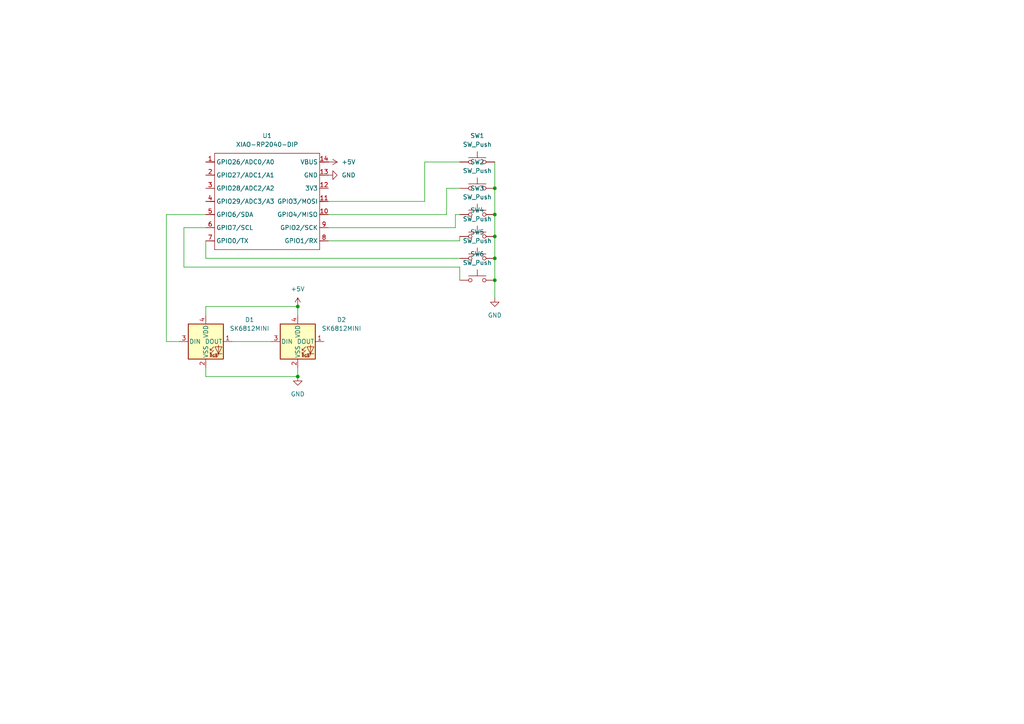
<source format=kicad_sch>
(kicad_sch (version 20231120) (generator "eeschema") (generator_version "8.0")
  (paper "A4")
  (lib_symbols
    (symbol "LED:SK6812MINI" (pin_names (offset 0.254))
      (property "Reference" "D" (at 5.08 5.715 0))
      (property "Value" "SK6812MINI" (at 1.27 -5.715 0))
      (symbol "SK6812MINI_0_0"
        (text "RGB" (at 2.286 -4.191 0) (effects (font (size 0.762 0.762))))
      )
      (symbol "SK6812MINI_0_1"
        (polyline (pts (xy 1.27 -3.556) (xy 1.778 -3.556)))
        (polyline (pts (xy 1.27 -2.54) (xy 1.778 -2.54)))
        (polyline (pts (xy 4.699 -3.556) (xy 2.667 -3.556)))
        (polyline (pts (xy 2.286 -2.54) (xy 1.27 -3.556) (xy 1.27 -3.048)))
        (polyline (pts (xy 2.286 -1.524) (xy 1.27 -2.54) (xy 1.27 -2.032)))
        (polyline (pts (xy 3.683 -1.016) (xy 3.683 -3.556) (xy 3.683 -4.064)))
        (polyline (pts (xy 4.699 -1.524) (xy 2.667 -1.524) (xy 3.683 -3.556) (xy 4.699 -1.524)))
        (rectangle (start 5.08 5.08) (end -5.08 -5.08) (stroke (width 0.254)) (fill (type background)))
      )
      (symbol "SK6812MINI_1_1"
        (pin output line (at 7.62 0 180) (length 2.54) (name "DOUT") (number "1"))
        (pin power_in line (at 0 -7.62 90) (length 2.54) (name "VSS") (number "2"))
        (pin input line (at -7.62 0 0) (length 2.54) (name "DIN") (number "3"))
        (pin power_in line (at 0 7.62 270) (length 2.54) (name "VDD") (number "4"))
      )
    )
    (symbol "Seeed_Studio_XIAO_Series:XIAO-RP2040-DIP"
      (property "Reference" "U" (at 0 0 0))
      (property "Value" "XIAO-RP2040-DIP" (at 5.334 -1.778 0))
      (symbol "XIAO-RP2040-DIP_1_0"
        (polyline (pts (xy -1.27 -30.48) (xy -1.27 -16.51)) (stroke (width 0.1524)))
        (polyline (pts (xy -1.27 -27.94) (xy -2.54 -27.94)) (stroke (width 0.1524)))
        (polyline (pts (xy -1.27 -24.13) (xy -2.54 -24.13)) (stroke (width 0.1524)))
        (polyline (pts (xy -1.27 -20.32) (xy -2.54 -20.32)) (stroke (width 0.1524)))
        (polyline (pts (xy -1.27 -16.51) (xy -2.54 -16.51)) (stroke (width 0.1524)))
        (polyline (pts (xy -1.27 -16.51) (xy -1.27 -12.7)) (stroke (width 0.1524)))
        (polyline (pts (xy -1.27 -12.7) (xy -2.54 -12.7)) (stroke (width 0.1524)))
        (polyline (pts (xy -1.27 -12.7) (xy -1.27 -8.89)) (stroke (width 0.1524)))
        (polyline (pts (xy -1.27 -8.89) (xy -2.54 -8.89)) (stroke (width 0.1524)))
        (polyline (pts (xy -1.27 -8.89) (xy -1.27 -5.08)) (stroke (width 0.1524)))
        (polyline (pts (xy -1.27 -5.08) (xy -2.54 -5.08)) (stroke (width 0.1524)))
        (polyline (pts (xy -1.27 -5.08) (xy -1.27 -2.54)) (stroke (width 0.1524)))
        (polyline (pts (xy -1.27 -2.54) (xy 29.21 -2.54)) (stroke (width 0.1524)))
        (polyline (pts (xy 29.21 -30.48) (xy -1.27 -30.48)) (stroke (width 0.1524)))
        (polyline (pts (xy 29.21 -12.7) (xy 29.21 -30.48)) (stroke (width 0.1524)))
        (polyline (pts (xy 29.21 -8.89) (xy 29.21 -12.7)) (stroke (width 0.1524)))
        (polyline (pts (xy 29.21 -5.08) (xy 29.21 -8.89)) (stroke (width 0.1524)))
        (polyline (pts (xy 29.21 -2.54) (xy 29.21 -5.08)) (stroke (width 0.1524)))
        (polyline (pts (xy 30.48 -27.94) (xy 29.21 -27.94)) (stroke (width 0.1524)))
        (polyline (pts (xy 30.48 -24.13) (xy 29.21 -24.13)) (stroke (width 0.1524)))
        (polyline (pts (xy 30.48 -20.32) (xy 29.21 -20.32)) (stroke (width 0.1524)))
        (polyline (pts (xy 30.48 -16.51) (xy 29.21 -16.51)) (stroke (width 0.1524)))
        (polyline (pts (xy 30.48 -12.7) (xy 29.21 -12.7)) (stroke (width 0.1524)))
        (polyline (pts (xy 30.48 -8.89) (xy 29.21 -8.89)) (stroke (width 0.1524)))
        (polyline (pts (xy 30.48 -5.08) (xy 29.21 -5.08)) (stroke (width 0.1524)))
        (pin passive line (at -3.81 -5.08 0) (length 2.54) (name "GPIO26/ADC0/A0") (number "1"))
        (pin passive line (at 31.75 -20.32 180) (length 2.54) (name "GPIO4/MISO") (number "10"))
        (pin passive line (at 31.75 -16.51 180) (length 2.54) (name "GPIO3/MOSI") (number "11"))
        (pin passive line (at 31.75 -12.7 180) (length 2.54) (name "3V3") (number "12"))
        (pin passive line (at 31.75 -8.89 180) (length 2.54) (name "GND") (number "13"))
        (pin passive line (at 31.75 -5.08 180) (length 2.54) (name "VBUS") (number "14"))
        (pin passive line (at -3.81 -8.89 0) (length 2.54) (name "GPIO27/ADC1/A1") (number "2"))
        (pin passive line (at -3.81 -12.7 0) (length 2.54) (name "GPIO28/ADC2/A2") (number "3"))
        (pin passive line (at -3.81 -16.51 0) (length 2.54) (name "GPIO29/ADC3/A3") (number "4"))
        (pin passive line (at -3.81 -20.32 0) (length 2.54) (name "GPIO6/SDA") (number "5"))
        (pin passive line (at -3.81 -24.13 0) (length 2.54) (name "GPIO7/SCL") (number "6"))
        (pin passive line (at -3.81 -27.94 0) (length 2.54) (name "GPIO0/TX") (number "7"))
        (pin passive line (at 31.75 -27.94 180) (length 2.54) (name "GPIO1/RX") (number "8"))
        (pin passive line (at 31.75 -24.13 180) (length 2.54) (name "GPIO2/SCK") (number "9"))
      )
    )
    (symbol "Switch:SW_Push" (pin_numbers hide) (pin_names (offset 1.016) hide)
      (property "Reference" "SW" (at 1.27 2.54 0))
      (property "Value" "SW_Push" (at 0 -1.524 0))
      (symbol "SW_Push_0_1"
        (circle (center -2.032 0) (radius 0.508))
        (polyline (pts (xy 0 1.27) (xy 0 3.048)))
        (polyline (pts (xy 2.54 1.27) (xy -2.54 1.27)))
        (circle (center 2.032 0) (radius 0.508))
        (pin passive line (at -5.08 0 0) (length 2.54) (name "1") (number "1"))
        (pin passive line (at 5.08 0 180) (length 2.54) (name "2") (number "2"))
      )
    )
    (symbol "power:+5V" (power) (pin_numbers hide) (pin_names (offset 0) hide)
      (property "Value" "+5V" (at 0 3.556 0))
      (symbol "+5V_0_1"
        (polyline (pts (xy -0.762 1.27) (xy 0 2.54)))
        (polyline (pts (xy 0 0) (xy 0 2.54)))
        (polyline (pts (xy 0 2.54) (xy 0.762 1.27)))
      )
      (symbol "+5V_1_1"
        (pin power_in line (at 0 0 90) (length 0) (name "~") (number "1"))
      )
    )
    (symbol "power:GND" (power) (pin_numbers hide) (pin_names (offset 0) hide)
      (property "Value" "GND" (at 0 -3.81 0))
      (symbol "GND_0_1"
        (polyline (pts (xy 0 0) (xy 0 -1.27) (xy 1.27 -1.27) (xy 0 -2.54) (xy -1.27 -1.27) (xy 0 -1.27)))
      )
      (symbol "GND_1_1"
        (pin power_in line (at 0 0 270) (length 0) (name "~") (number "1"))
      )
    )
  )
  (junction (at 143.51 54.61))
  (junction (at 143.51 74.93))
  (junction (at 143.51 62.23))
  (junction (at 86.36 88.9))
  (junction (at 86.36 109.22))
  (junction (at 143.51 68.58))
  (junction (at 143.51 81.28))
  (wire (pts (xy 129.54 62.23) (xy 129.54 54.61)))
  (wire (pts (xy 129.54 54.61) (xy 133.35 54.61)))
  (wire (pts (xy 86.36 91.44) (xy 86.36 88.9)))
  (wire (pts (xy 67.31 99.06) (xy 78.74 99.06)))
  (wire (pts (xy 59.69 66.04) (xy 53.34 66.04)))
  (wire (pts (xy 48.26 62.23) (xy 48.26 99.06)))
  (wire (pts (xy 143.51 74.93) (xy 143.51 81.28)))
  (wire (pts (xy 143.51 62.23) (xy 143.51 68.58)))
  (wire (pts (xy 133.35 77.47) (xy 133.35 81.28)))
  (wire (pts (xy 132.08 62.23) (xy 133.35 62.23)))
  (wire (pts (xy 132.08 66.04) (xy 132.08 62.23)))
  (wire (pts (xy 143.51 81.28) (xy 143.51 86.36)))
  (wire (pts (xy 123.19 46.99) (xy 133.35 46.99)))
  (wire (pts (xy 59.69 109.22) (xy 86.36 109.22)))
  (wire (pts (xy 95.25 62.23) (xy 129.54 62.23)))
  (wire (pts (xy 59.69 88.9) (xy 59.69 91.44)))
  (wire (pts (xy 59.69 74.93) (xy 133.35 74.93)))
  (wire (pts (xy 59.69 106.68) (xy 59.69 109.22)))
  (wire (pts (xy 123.19 58.42) (xy 123.19 46.99)))
  (wire (pts (xy 59.69 62.23) (xy 48.26 62.23)))
  (wire (pts (xy 143.51 68.58) (xy 143.51 74.93)))
  (wire (pts (xy 48.26 99.06) (xy 52.07 99.06)))
  (wire (pts (xy 86.36 88.9) (xy 59.69 88.9)))
  (wire (pts (xy 86.36 109.22) (xy 86.36 106.68)))
  (wire (pts (xy 53.34 66.04) (xy 53.34 77.47)))
  (wire (pts (xy 95.25 58.42) (xy 123.19 58.42)))
  (wire (pts (xy 133.35 69.85) (xy 133.35 68.58)))
  (wire (pts (xy 95.25 69.85) (xy 133.35 69.85)))
  (wire (pts (xy 143.51 46.99) (xy 143.51 54.61)))
  (wire (pts (xy 143.51 54.61) (xy 143.51 62.23)))
  (wire (pts (xy 95.25 66.04) (xy 132.08 66.04)))
  (wire (pts (xy 53.34 77.47) (xy 133.35 77.47)))
  (wire (pts (xy 59.69 69.85) (xy 59.69 74.93)))
  (symbol (lib_id "Switch:SW_Push") (at 138.43 46.99 0) (unit 1)
    (property "Reference" "SW1" (at 138.43 39.37 0))
    (property "Value" "SW_Push" (at 138.43 41.91 0))
    (property "Footprint" "Button_Switch_Keyboard:SW_Cherry_MX_1.00u_PCB" (effects (hide yes)))
    (property "Description" "Push button switch, generic, two pins" (effects (hide yes)))
  )
  (symbol (lib_id "Switch:SW_Push") (at 138.43 62.23 0) (unit 1)
    (property "Reference" "SW3" (at 138.43 54.61 0))
    (property "Value" "SW_Push" (at 138.43 57.15 0))
    (property "Footprint" "Button_Switch_Keyboard:SW_Cherry_MX_1.00u_PCB" (effects (hide yes)))
    (property "Description" "Push button switch, generic, two pins" (effects (hide yes)))
  )
  (symbol (lib_id "power:GND") (at 95.25 50.8 90) (unit 1)
    (property "Reference" "#PWR05" (effects (hide yes)))
    (property "Value" "GND" (at 99.06 50.7999 90) (effects (justify right)))
    (property "Description" "Power symbol creates a global label with name \"GND\" , ground" (effects (hide yes)))
  )
  (symbol (lib_id "Switch:SW_Push") (at 138.43 74.93 0) (unit 1)
    (property "Reference" "SW5" (at 138.43 67.31 0))
    (property "Value" "SW_Push" (at 138.43 69.85 0))
    (property "Footprint" "Button_Switch_Keyboard:SW_Cherry_MX_1.00u_PCB" (effects (hide yes)))
    (property "Description" "Push button switch, generic, two pins" (effects (hide yes)))
  )
  (symbol (lib_id "power:+5V") (at 86.36 88.9 0) (unit 1)
    (property "Reference" "#PWR02" (effects (hide yes)))
    (property "Value" "+5V" (at 86.36 83.82 0))
    (property "Description" "Power symbol creates a global label with name \"+5V\"" (effects (hide yes)))
  )
  (symbol (lib_id "Switch:SW_Push") (at 138.43 81.28 0) (unit 1)
    (property "Reference" "SW6" (at 138.43 73.66 0))
    (property "Value" "SW_Push" (at 138.43 76.2 0))
    (property "Footprint" "Button_Switch_Keyboard:SW_Cherry_MX_1.00u_PCB" (effects (hide yes)))
    (property "Description" "Push button switch, generic, two pins" (effects (hide yes)))
  )
  (symbol (lib_id "Switch:SW_Push") (at 138.43 54.61 0) (unit 1)
    (property "Reference" "SW2" (at 138.43 46.99 0))
    (property "Value" "SW_Push" (at 138.43 49.53 0))
    (property "Footprint" "Button_Switch_Keyboard:SW_Cherry_MX_1.00u_PCB" (effects (hide yes)))
    (property "Description" "Push button switch, generic, two pins" (effects (hide yes)))
  )
  (symbol (lib_id "power:GND") (at 86.36 109.22 0) (unit 1)
    (property "Reference" "#PWR01" (effects (hide yes)))
    (property "Value" "GND" (at 86.36 114.3 0))
    (property "Description" "Power symbol creates a global label with name \"GND\" , ground" (effects (hide yes)))
  )
  (symbol (lib_id "LED:SK6812MINI") (at 86.36 99.06 0) (unit 1)
    (property "Reference" "D2" (at 99.06 92.7414 0))
    (property "Value" "SK6812MINI" (at 99.06 95.2814 0))
    (property "Footprint" "LED_SMD:LED_SK6812MINI_PLCC4_3.5x3.5mm_P1.75mm" (effects (hide yes)))
    (property "Datasheet" "https://cdn-shop.adafruit.com/product-files/2686/SK6812MINI_REV.01-1-2.pdf" (effects (hide yes)))
    (property "Description" "RGB LED with integrated controller" (effects (hide yes)))
  )
  (symbol (lib_id "Seeed_Studio_XIAO_Series:XIAO-RP2040-DIP") (at 63.5 41.91 0) (unit 1)
    (property "Reference" "U1" (at 77.47 39.37 0))
    (property "Value" "XIAO-RP2040-DIP" (at 77.47 41.91 0))
    (property "Footprint" "Seeed Studio XIAO Series Library:XIAO-RP2040-DIP" (effects (hide yes)))
  )
  (symbol (lib_id "power:+5V") (at 95.25 46.99 270) (unit 1)
    (property "Reference" "#PWR04" (effects (hide yes)))
    (property "Value" "+5V" (at 99.06 46.9899 90) (effects (justify left)))
    (property "Description" "Power symbol creates a global label with name \"+5V\"" (effects (hide yes)))
  )
  (symbol (lib_id "Switch:SW_Push") (at 138.43 68.58 0) (unit 1)
    (property "Reference" "SW4" (at 138.43 60.96 0))
    (property "Value" "SW_Push" (at 138.43 63.5 0))
    (property "Footprint" "Button_Switch_Keyboard:SW_Cherry_MX_1.00u_PCB" (effects (hide yes)))
    (property "Description" "Push button switch, generic, two pins" (effects (hide yes)))
  )
  (symbol (lib_id "LED:SK6812MINI") (at 59.69 99.06 0) (unit 1)
    (property "Reference" "D1" (at 72.39 92.7414 0))
    (property "Value" "SK6812MINI" (at 72.39 95.2814 0))
    (property "Footprint" "LED_SMD:LED_SK6812MINI_PLCC4_3.5x3.5mm_P1.75mm" (effects (hide yes)))
    (property "Datasheet" "https://cdn-shop.adafruit.com/product-files/2686/SK6812MINI_REV.01-1-2.pdf" (effects (hide yes)))
    (property "Description" "RGB LED with integrated controller" (effects (hide yes)))
  )
  (symbol (lib_id "power:GND") (at 143.51 86.36 0) (unit 1)
    (property "Reference" "#PWR03" (effects (hide yes)))
    (property "Value" "GND" (at 143.51 91.44 0))
    (property "Description" "Power symbol creates a global label with name \"GND\" , ground" (effects (hide yes)))
  )
)
</source>
